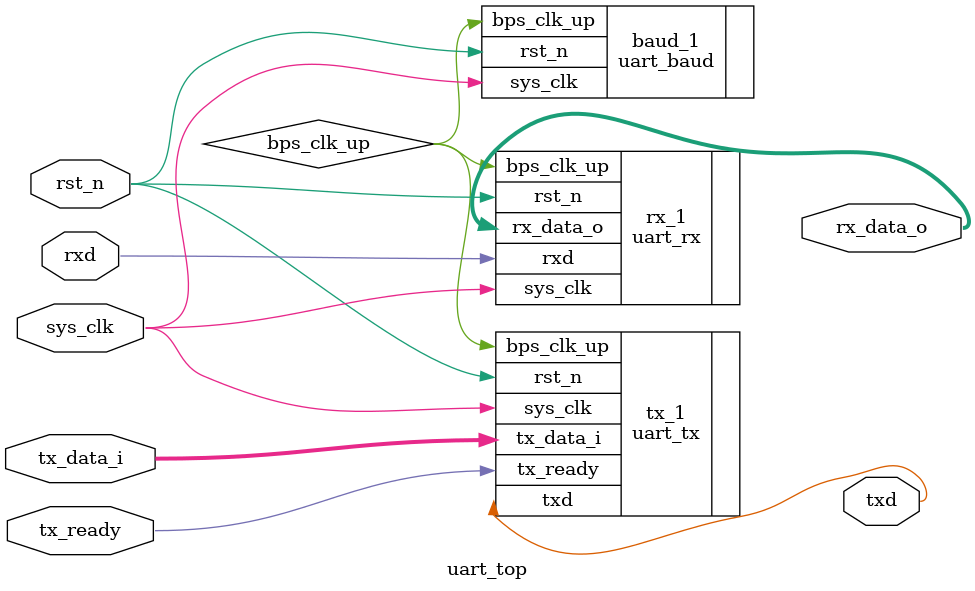
<source format=v>
`include "uart_defines.v"
module uart_top (
  sys_clk,
  rst_n,
  rxd,
  rx_data_o,
  txd,
  tx_ready,
  tx_data_i
);
  input         sys_clk;    //系统时钟，100MHz
  input         rst_n;      //全局复位，低电平有效
  //接收端口
  input         rxd;        //接收数据 串口
  output  [7:0] rx_data_o;  //已接收的数据
  //发送端口
  output        txd;        //发送数据 串口
  input         tx_ready;   //发送数据 起始信号
  input   [7:0] tx_data_i;  //待发送的数据

  //波特率分频
  wire          sys_clk;
  wire          rst_n;
  wire          bps_clk_up; //经波特率分频后时钟的上升沿标志
                            //节拍延迟一个sys_clk
  uart_baud baud_1 ( 
    .sys_clk    ( sys_clk ),
    .rst_n      ( rst_n ),            
    .bps_clk_up ( bps_clk_up )
  );
  //调用发送端口
  wire          txd;
  wire          tx_ready;
  wire  [7:0]   tx_data_i;
  uart_tx tx_1 (
    .sys_clk    ( sys_clk ),
    .rst_n      ( rst_n ),
    .bps_clk_up ( bps_clk_up ),
    .tx_ready   ( tx_ready ),
    .tx_data_i  ( tx_data_i ),
    .txd        ( txd )
  );
  //调用接收端口
  wire          rxd;
  wire  [7:0]   rx_data_o;
  uart_rx rx_1 (
    .sys_clk    ( sys_clk ),
    .rst_n      ( rst_n ),
    .bps_clk_up ( bps_clk_up ),
    .rx_data_o  ( rx_data_o ),
    .rxd        ( rxd )
  );

endmodule

</source>
